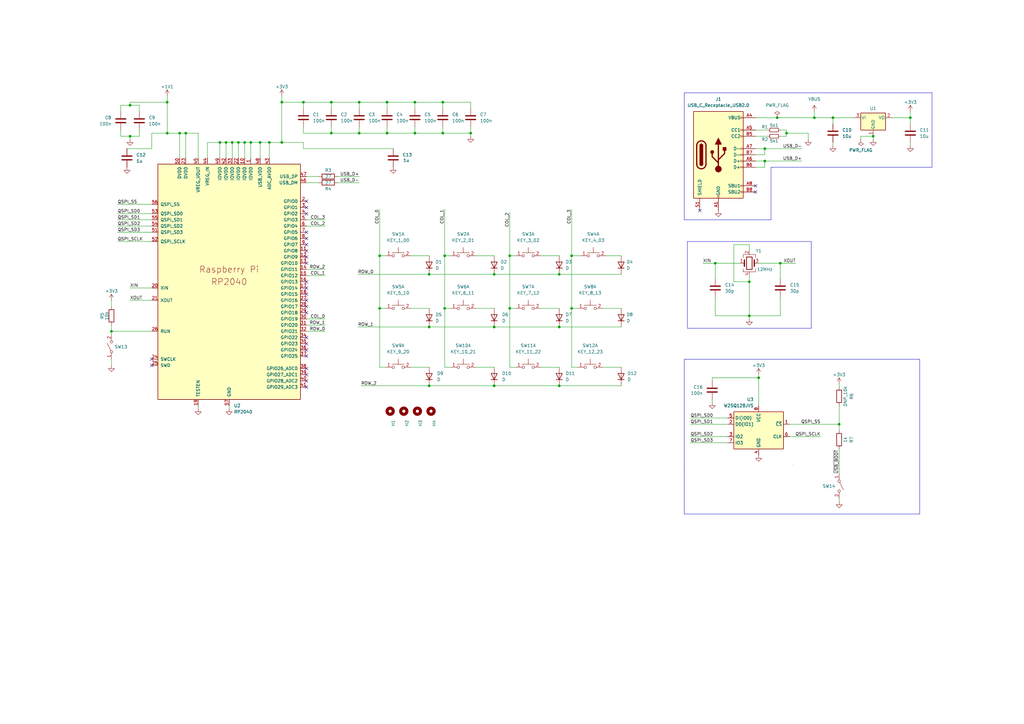
<source format=kicad_sch>
(kicad_sch (version 20230121) (generator eeschema)
  (paper "A3")
  (lib_symbols
    (symbol "+3V3_1" (power) (pin_names (offset 0))
      (property "Value" "+3V3_1" (at 0 3.556 0))
      (symbol "+3V3_1_0_1"
        (polyline (pts (xy -0.762 1.27) (xy 0 2.54)))
        (polyline (pts (xy 0 0) (xy 0 2.54)))
        (polyline (pts (xy 0 2.54) (xy 0.762 1.27)))
      )
      (symbol "+3V3_1_1_1"
        (pin power_in line (at 0 0 90) (length 0) hide (name "+3V3") (number "1"))
      )
    )
    (symbol "Connector:USB_C_Receptacle_USB2.0" (pin_names (offset 1.016))
      (property "Reference" "J" (at -10.16 19.05 0))
      (property "Value" "USB_C_Receptacle_USB2.0" (at 19.05 19.05 0))
      (symbol "USB_C_Receptacle_USB2.0_0_0"
        (rectangle (start -0.254 -17.78) (end 0.254 -16.764))
        (rectangle (start 10.16 -14.986) (end 9.144 -15.494))
        (rectangle (start 10.16 -12.446) (end 9.144 -12.954))
        (rectangle (start 10.16 -4.826) (end 9.144 -5.334))
        (rectangle (start 10.16 -2.286) (end 9.144 -2.794))
        (rectangle (start 10.16 0.254) (end 9.144 -0.254))
        (rectangle (start 10.16 2.794) (end 9.144 2.286))
        (rectangle (start 10.16 7.874) (end 9.144 7.366))
        (rectangle (start 10.16 10.414) (end 9.144 9.906))
        (rectangle (start 10.16 15.494) (end 9.144 14.986))
      )
      (symbol "USB_C_Receptacle_USB2.0_0_1"
        (rectangle (start -10.16 17.78) (end 10.16 -17.78) (stroke (width 0.254)) (fill (type background)))
        (arc (start -8.89 -3.81) (mid -6.985 -5.7067) (end -5.08 -3.81) (stroke (width 0.508)))
        (arc (start -7.62 -3.81) (mid -6.985 -4.4423) (end -6.35 -3.81) (stroke (width 0.254)))
        (arc (start -7.62 -3.81) (mid -6.985 -4.4423) (end -6.35 -3.81) (stroke (width 0.254)) (fill (type outline)))
        (rectangle (start -7.62 -3.81) (end -6.35 3.81) (stroke (width 0.254)) (fill (type outline)))
        (arc (start -6.35 3.81) (mid -6.985 4.4423) (end -7.62 3.81) (stroke (width 0.254)))
        (arc (start -6.35 3.81) (mid -6.985 4.4423) (end -7.62 3.81) (stroke (width 0.254)) (fill (type outline)))
        (arc (start -5.08 3.81) (mid -6.985 5.7067) (end -8.89 3.81) (stroke (width 0.508)))
        (circle (center -2.54 1.143) (radius 0.635) (stroke (width 0.254)) (fill (type outline)))
        (circle (center 0 -5.842) (radius 1.27) (fill (type outline)))
        (polyline (pts (xy -8.89 -3.81) (xy -8.89 3.81)) (stroke (width 0.508)))
        (polyline (pts (xy -5.08 3.81) (xy -5.08 -3.81)) (stroke (width 0.508)))
        (polyline (pts (xy 0 -5.842) (xy 0 4.318)) (stroke (width 0.508)))
        (polyline (pts (xy 0 -3.302) (xy -2.54 -0.762) (xy -2.54 0.508)) (stroke (width 0.508)))
        (polyline (pts (xy 0 -2.032) (xy 2.54 0.508) (xy 2.54 1.778)) (stroke (width 0.508)))
        (polyline (pts (xy -1.27 4.318) (xy 0 6.858) (xy 1.27 4.318) (xy -1.27 4.318)) (stroke (width 0.254)) (fill (type outline)))
        (rectangle (start 1.905 1.778) (end 3.175 3.048) (stroke (width 0.254)) (fill (type outline)))
      )
      (symbol "USB_C_Receptacle_USB2.0_1_1"
        (pin passive line (at 0 -22.86 90) (length 5.08) (name "GND") (number "A1"))
        (pin passive line (at 0 -22.86 90) (length 5.08) hide (name "GND") (number "A12"))
        (pin passive line (at 15.24 15.24 180) (length 5.08) (name "VBUS") (number "A4"))
        (pin bidirectional line (at 15.24 10.16 180) (length 5.08) (name "CC1") (number "A5"))
        (pin bidirectional line (at 15.24 -2.54 180) (length 5.08) (name "D+") (number "A6"))
        (pin bidirectional line (at 15.24 2.54 180) (length 5.08) (name "D-") (number "A7"))
        (pin bidirectional line (at 15.24 -12.7 180) (length 5.08) (name "SBU1") (number "A8"))
        (pin passive line (at 15.24 15.24 180) (length 5.08) hide (name "VBUS") (number "A9"))
        (pin passive line (at 0 -22.86 90) (length 5.08) hide (name "GND") (number "B1"))
        (pin passive line (at 0 -22.86 90) (length 5.08) hide (name "GND") (number "B12"))
        (pin passive line (at 15.24 15.24 180) (length 5.08) hide (name "VBUS") (number "B4"))
        (pin bidirectional line (at 15.24 7.62 180) (length 5.08) (name "CC2") (number "B5"))
        (pin bidirectional line (at 15.24 -5.08 180) (length 5.08) (name "D+") (number "B6"))
        (pin bidirectional line (at 15.24 0 180) (length 5.08) (name "D-") (number "B7"))
        (pin bidirectional line (at 15.24 -15.24 180) (length 5.08) (name "SBU2") (number "B8"))
        (pin passive line (at 15.24 15.24 180) (length 5.08) hide (name "VBUS") (number "B9"))
        (pin passive line (at -7.62 -22.86 90) (length 5.08) (name "SHIELD") (number "S1"))
      )
    )
    (symbol "Device:C" (pin_numbers hide) (pin_names (offset 0.254))
      (property "Reference" "C" (at 0.635 2.54 0))
      (property "Value" "C" (at 0.635 -2.54 0))
      (symbol "C_0_1"
        (polyline (pts (xy -2.032 -0.762) (xy 2.032 -0.762)) (stroke (width 0.508)))
        (polyline (pts (xy -2.032 0.762) (xy 2.032 0.762)) (stroke (width 0.508)))
      )
      (symbol "C_1_1"
        (pin passive line (at 0 3.81 270) (length 2.794) (name "~") (number "1"))
        (pin passive line (at 0 -3.81 90) (length 2.794) (name "~") (number "2"))
      )
    )
    (symbol "Device:Crystal_GND24" (pin_names (offset 1.016) hide)
      (property "Reference" "Y" (at 3.175 5.08 0))
      (property "Value" "Crystal_GND24" (at 3.175 3.175 0))
      (symbol "Crystal_GND24_0_1"
        (rectangle (start -1.143 2.54) (end 1.143 -2.54) (stroke (width 0.3048)))
        (polyline (pts (xy -2.54 0) (xy -2.032 0)))
        (polyline (pts (xy -2.032 -1.27) (xy -2.032 1.27)) (stroke (width 0.508)))
        (polyline (pts (xy 0 -3.81) (xy 0 -3.556)))
        (polyline (pts (xy 0 3.556) (xy 0 3.81)))
        (polyline (pts (xy 2.032 -1.27) (xy 2.032 1.27)) (stroke (width 0.508)))
        (polyline (pts (xy 2.032 0) (xy 2.54 0)))
        (polyline (pts (xy -2.54 -2.286) (xy -2.54 -3.556) (xy 2.54 -3.556) (xy 2.54 -2.286)))
        (polyline (pts (xy -2.54 2.286) (xy -2.54 3.556) (xy 2.54 3.556) (xy 2.54 2.286)))
      )
      (symbol "Crystal_GND24_1_1"
        (pin passive line (at -3.81 0 0) (length 1.27) (name "1") (number "1"))
        (pin passive line (at 0 5.08 270) (length 1.27) (name "2") (number "2"))
        (pin passive line (at 3.81 0 180) (length 1.27) (name "3") (number "3"))
        (pin passive line (at 0 -5.08 90) (length 1.27) (name "4") (number "4"))
      )
    )
    (symbol "Device:D" (pin_numbers hide) (pin_names (offset 1.016) hide)
      (property "Reference" "D" (at 0 2.54 0))
      (property "Value" "D" (at 0 -2.54 0))
      (symbol "D_0_1"
        (polyline (pts (xy -1.27 1.27) (xy -1.27 -1.27)) (stroke (width 0.254)))
        (polyline (pts (xy 1.27 0) (xy -1.27 0)))
        (polyline (pts (xy 1.27 1.27) (xy 1.27 -1.27) (xy -1.27 0) (xy 1.27 1.27)) (stroke (width 0.254)))
      )
      (symbol "D_1_1"
        (pin passive line (at -3.81 0 0) (length 2.54) (name "K") (number "1"))
        (pin passive line (at 3.81 0 180) (length 2.54) (name "A") (number "2"))
      )
    )
    (symbol "Device:R" (pin_numbers hide) (pin_names (offset 0))
      (property "Reference" "R" (at 2.032 0 90))
      (property "Value" "R" (at 0 0 90))
      (symbol "R_0_1"
        (rectangle (start -1.016 -2.54) (end 1.016 2.54) (stroke (width 0.254)))
      )
      (symbol "R_1_1"
        (pin passive line (at 0 3.81 270) (length 1.27) (name "~") (number "1"))
        (pin passive line (at 0 -3.81 90) (length 1.27) (name "~") (number "2"))
      )
    )
    (symbol "Device:R_Small" (pin_numbers hide) (pin_names (offset 0.254) hide)
      (property "Reference" "R" (at 0.762 0.508 0))
      (property "Value" "R_Small" (at 0.762 -1.016 0))
      (symbol "R_Small_0_1"
        (rectangle (start -0.762 1.778) (end 0.762 -1.778) (stroke (width 0.2032)))
      )
      (symbol "R_Small_1_1"
        (pin passive line (at 0 2.54 270) (length 0.762) (name "~") (number "1"))
        (pin passive line (at 0 -2.54 90) (length 0.762) (name "~") (number "2"))
      )
    )
    (symbol "GND_2" (power) (pin_names (offset 0))
      (property "Value" "GND_2" (at 0 -3.81 0))
      (symbol "GND_2_0_1"
        (polyline (pts (xy 0 0) (xy 0 -1.27) (xy 1.27 -1.27) (xy 0 -2.54) (xy -1.27 -1.27) (xy 0 -1.27)))
      )
      (symbol "GND_2_1_1"
        (pin power_in line (at 0 0 270) (length 0) hide (name "GND") (number "1"))
      )
    )
    (symbol "Mechanical:MountingHole" (pin_names (offset 1.016))
      (property "Reference" "H" (at 0 5.08 0))
      (property "Value" "MountingHole" (at 0 3.175 0))
      (symbol "MountingHole_0_1"
        (circle (center 0 0) (radius 1.27) (stroke (width 1.27)))
      )
    )
    (symbol "Memory_Flash:W25Q128JVS"
      (property "Reference" "U" (at -8.89 8.89 0))
      (property "Value" "W25Q128JVS" (at 7.62 8.89 0))
      (symbol "W25Q128JVS_0_1"
        (rectangle (start -10.16 7.62) (end 10.16 -7.62) (stroke (width 0.254)) (fill (type background)))
      )
      (symbol "W25Q128JVS_1_1"
        (pin input line (at -12.7 2.54 0) (length 2.54) (name "~{CS}") (number "1"))
        (pin bidirectional line (at 12.7 2.54 180) (length 2.54) (name "DO(IO1)") (number "2"))
        (pin bidirectional line (at 12.7 -2.54 180) (length 2.54) (name "IO2") (number "3"))
        (pin power_in line (at 0 -10.16 90) (length 2.54) (name "GND") (number "4"))
        (pin bidirectional line (at 12.7 5.08 180) (length 2.54) (name "DI(IO0)") (number "5"))
        (pin input line (at -12.7 -2.54 0) (length 2.54) (name "CLK") (number "6"))
        (pin bidirectional line (at 12.7 -5.08 180) (length 2.54) (name "IO3") (number "7"))
        (pin power_in line (at 0 10.16 270) (length 2.54) (name "VCC") (number "8"))
      )
    )
    (symbol "RP2040_1" (pin_names (offset 1.016))
      (property "Reference" "U" (at -29.21 49.53 0))
      (property "Value" "RP2040" (at 24.13 -49.53 0))
      (symbol "RP2040_1_0_0"
        (text "Raspberry Pi" (at 0 5.08 0) (effects (font (size 2.54 2.54))))
        (text "RP2040" (at 0 0 0) (effects (font (size 2.54 2.54))))
      )
      (symbol "RP2040_1_0_1"
        (rectangle (start 29.21 48.26) (end -29.21 -48.26) (stroke (width 0.254)) (fill (type background)))
      )
      (symbol "RP2040_1_1_1"
        (pin power_in line (at 8.89 50.8 270) (length 2.54) (name "IOVDD") (number "1"))
        (pin power_in line (at 6.35 50.8 270) (length 2.54) (name "IOVDD") (number "10"))
        (pin bidirectional line (at 31.75 12.7 180) (length 2.54) (name "GPIO8") (number "11"))
        (pin bidirectional line (at 31.75 10.16 180) (length 2.54) (name "GPIO9") (number "12"))
        (pin bidirectional line (at 31.75 7.62 180) (length 2.54) (name "GPIO10") (number "13"))
        (pin bidirectional line (at 31.75 5.08 180) (length 2.54) (name "GPIO11") (number "14"))
        (pin bidirectional line (at 31.75 2.54 180) (length 2.54) (name "GPIO12") (number "15"))
        (pin bidirectional line (at 31.75 0 180) (length 2.54) (name "GPIO13") (number "16"))
        (pin bidirectional line (at 31.75 -2.54 180) (length 2.54) (name "GPIO14") (number "17"))
        (pin bidirectional line (at 31.75 -5.08 180) (length 2.54) (name "GPIO15") (number "18"))
        (pin passive line (at -12.7 -50.8 90) (length 2.54) (name "TESTEN") (number "19"))
        (pin bidirectional line (at 31.75 33.02 180) (length 2.54) (name "GPIO0") (number "2"))
        (pin input line (at -31.75 -2.54 0) (length 2.54) (name "XIN") (number "20"))
        (pin passive line (at -31.75 -7.62 0) (length 2.54) (name "XOUT") (number "21"))
        (pin power_in line (at 3.81 50.8 270) (length 2.54) (name "IOVDD") (number "22"))
        (pin power_in line (at -17.78 50.8 270) (length 2.54) (name "DVDD") (number "23"))
        (pin output line (at -31.75 -31.75 0) (length 2.54) (name "SWCLK") (number "24"))
        (pin bidirectional line (at -31.75 -34.29 0) (length 2.54) (name "SWD") (number "25"))
        (pin input line (at -31.75 -20.32 0) (length 2.54) (name "RUN") (number "26"))
        (pin bidirectional line (at 31.75 -7.62 180) (length 2.54) (name "GPIO16") (number "27"))
        (pin bidirectional line (at 31.75 -10.16 180) (length 2.54) (name "GPIO17") (number "28"))
        (pin bidirectional line (at 31.75 -12.7 180) (length 2.54) (name "GPIO18") (number "29"))
        (pin bidirectional line (at 31.75 30.48 180) (length 2.54) (name "GPIO1") (number "3"))
        (pin bidirectional line (at 31.75 -15.24 180) (length 2.54) (name "GPIO19") (number "30"))
        (pin bidirectional line (at 31.75 -17.78 180) (length 2.54) (name "GPIO20") (number "31"))
        (pin bidirectional line (at 31.75 -20.32 180) (length 2.54) (name "GPIO21") (number "32"))
        (pin power_in line (at 1.27 50.8 270) (length 2.54) (name "IOVDD") (number "33"))
        (pin bidirectional line (at 31.75 -22.86 180) (length 2.54) (name "GPIO22") (number "34"))
        (pin bidirectional line (at 31.75 -25.4 180) (length 2.54) (name "GPIO23") (number "35"))
        (pin bidirectional line (at 31.75 -27.94 180) (length 2.54) (name "GPIO24") (number "36"))
        (pin bidirectional line (at 31.75 -30.48 180) (length 2.54) (name "GPIO25") (number "37"))
        (pin bidirectional line (at 31.75 -35.56 180) (length 2.54) (name "GPIO26_ADC0") (number "38"))
        (pin bidirectional line (at 31.75 -38.1 180) (length 2.54) (name "GPIO27_ADC1") (number "39"))
        (pin bidirectional line (at 31.75 27.94 180) (length 2.54) (name "GPIO2") (number "4"))
        (pin bidirectional line (at 31.75 -40.64 180) (length 2.54) (name "GPIO28_ADC2") (number "40"))
        (pin bidirectional line (at 31.75 -43.18 180) (length 2.54) (name "GPIO29_ADC3") (number "41"))
        (pin power_in line (at -1.27 50.8 270) (length 2.54) (name "IOVDD") (number "42"))
        (pin power_in line (at 16.51 50.8 270) (length 2.54) (name "ADC_AVDD") (number "43"))
        (pin power_in line (at -8.89 50.8 270) (length 2.54) (name "VREG_IN") (number "44"))
        (pin power_out line (at -12.7 50.8 270) (length 2.54) (name "VREG_VOUT") (number "45"))
        (pin bidirectional line (at 31.75 40.64 180) (length 2.54) (name "USB_DM") (number "46"))
        (pin bidirectional line (at 31.75 43.18 180) (length 2.54) (name "USB_DP") (number "47"))
        (pin power_in line (at 12.7 50.8 270) (length 2.54) (name "USB_VDD") (number "48"))
        (pin power_in line (at -3.81 50.8 270) (length 2.54) (name "IOVDD") (number "49"))
        (pin bidirectional line (at 31.75 25.4 180) (length 2.54) (name "GPIO3") (number "5"))
        (pin power_in line (at -20.32 50.8 270) (length 2.54) (name "DVDD") (number "50"))
        (pin bidirectional line (at -31.75 20.32 0) (length 2.54) (name "QSPI_SD3") (number "51"))
        (pin output line (at -31.75 16.51 0) (length 2.54) (name "QSPI_SCLK") (number "52"))
        (pin bidirectional line (at -31.75 27.94 0) (length 2.54) (name "QSPI_SD0") (number "53"))
        (pin bidirectional line (at -31.75 22.86 0) (length 2.54) (name "QSPI_SD2") (number "54"))
        (pin bidirectional line (at -31.75 25.4 0) (length 2.54) (name "QSPI_SD1") (number "55"))
        (pin bidirectional line (at -31.75 31.75 0) (length 2.54) (name "QSPI_SS") (number "56"))
        (pin power_in line (at 0 -50.8 90) (length 2.54) (name "GND") (number "57"))
        (pin bidirectional line (at 31.75 22.86 180) (length 2.54) (name "GPIO4") (number "6"))
        (pin bidirectional line (at 31.75 20.32 180) (length 2.54) (name "GPIO5") (number "7"))
        (pin bidirectional line (at 31.75 17.78 180) (length 2.54) (name "GPIO6") (number "8"))
        (pin bidirectional line (at 31.75 15.24 180) (length 2.54) (name "GPIO7") (number "9"))
      )
    )
    (symbol "Regulator_Linear:NCP1117-3.3_SOT223" (pin_names (offset 0.254))
      (property "Reference" "U" (at -3.81 3.175 0))
      (property "Value" "NCP1117-3.3_SOT223" (at 0 3.175 0))
      (symbol "NCP1117-3.3_SOT223_0_1"
        (rectangle (start -5.08 -5.08) (end 5.08 1.905) (stroke (width 0.254)) (fill (type background)))
      )
      (symbol "NCP1117-3.3_SOT223_1_1"
        (pin power_in line (at 0 -7.62 90) (length 2.54) (name "GND") (number "1"))
        (pin power_out line (at 7.62 0 180) (length 2.54) (name "VO") (number "2"))
        (pin power_in line (at -7.62 0 0) (length 2.54) (name "VI") (number "3"))
      )
    )
    (symbol "Switch:SW_SPST" (pin_names (offset 0) hide)
      (property "Reference" "SW" (at 0 3.175 0))
      (property "Value" "SW_SPST" (at 0 -2.54 0))
      (symbol "SW_SPST_0_0"
        (circle (center -2.032 0) (radius 0.508))
        (polyline (pts (xy -1.524 0.254) (xy 1.524 1.778)))
        (circle (center 2.032 0) (radius 0.508))
      )
      (symbol "SW_SPST_1_1"
        (pin passive line (at -5.08 0 0) (length 2.54) (name "A") (number "1"))
        (pin passive line (at 5.08 0 180) (length 2.54) (name "B") (number "2"))
      )
    )
    (symbol "keebio:MX_LED" (pin_names (offset 1.016) hide)
      (property "Reference" "SW" (at 1.651 2.413 0))
      (property "Value" "MX_LED" (at 0 -3.81 0))
      (symbol "MX_LED_1_1"
        (circle (center -2.032 0) (radius 0.508))
        (polyline (pts (xy -2.54 1.27) (xy 2.54 1.27)))
        (polyline (pts (xy 0 1.27) (xy 0 3.429)))
        (circle (center 2.032 0) (radius 0.508))
        (pin passive line (at -5.08 0 0) (length 2.54) (name "1") (number "1"))
        (pin passive line (at 5.08 0 180) (length 2.54) (name "2") (number "2"))
      )
      (symbol "MX_LED_2_1"
        (polyline (pts (xy 1.27 -1.27) (xy 1.27 1.27)) (stroke (width 0.2032)))
        (polyline (pts (xy 1.27 0) (xy -1.27 0)))
        (polyline (pts (xy -1.27 -1.27) (xy -1.27 1.27) (xy 1.27 0) (xy -1.27 -1.27)) (stroke (width 0.2032)))
        (polyline (pts (xy 1.778 -0.762) (xy 3.302 -2.286) (xy 2.54 -2.286) (xy 3.302 -2.286) (xy 3.302 -1.524)))
        (polyline (pts (xy 3.048 -0.762) (xy 4.572 -2.286) (xy 3.81 -2.286) (xy 4.572 -2.286) (xy 4.572 -1.524)))
        (pin passive line (at -3.81 0 0) (length 2.54) (name "3") (number "3"))
        (pin passive line (at 3.81 0 180) (length 2.54) (name "4") (number "4"))
      )
    )
    (symbol "power:+1V1" (power) (pin_names (offset 0))
      (property "Value" "+1V1" (at 0 3.556 0))
      (symbol "+1V1_0_1"
        (polyline (pts (xy -0.762 1.27) (xy 0 2.54)))
        (polyline (pts (xy 0 0) (xy 0 2.54)))
        (polyline (pts (xy 0 2.54) (xy 0.762 1.27)))
      )
      (symbol "+1V1_1_1"
        (pin power_in line (at 0 0 90) (length 0) hide (name "+1V1") (number "1"))
      )
    )
    (symbol "power:+3V3" (power) (pin_names (offset 0))
      (property "Value" "+3V3" (at 0 3.556 0))
      (symbol "+3V3_0_1"
        (polyline (pts (xy -0.762 1.27) (xy 0 2.54)))
        (polyline (pts (xy 0 0) (xy 0 2.54)))
        (polyline (pts (xy 0 2.54) (xy 0.762 1.27)))
      )
      (symbol "+3V3_1_1"
        (pin power_in line (at 0 0 90) (length 0) hide (name "+3V3") (number "1"))
      )
    )
    (symbol "power:GND" (power) (pin_names (offset 0))
      (property "Value" "GND" (at 0 -3.81 0))
      (symbol "GND_0_1"
        (polyline (pts (xy 0 0) (xy 0 -1.27) (xy 1.27 -1.27) (xy 0 -2.54) (xy -1.27 -1.27) (xy 0 -1.27)))
      )
      (symbol "GND_1_1"
        (pin power_in line (at 0 0 270) (length 0) hide (name "GND") (number "1"))
      )
    )
    (symbol "power:PWR_FLAG" (power) (pin_numbers hide) (pin_names (offset 0) hide)
      (property "Value" "PWR_FLAG" (at 0 3.81 0))
      (symbol "PWR_FLAG_0_0"
        (pin power_out line (at 0 0 90) (length 0) (name "pwr") (number "1"))
      )
      (symbol "PWR_FLAG_0_1"
        (polyline (pts (xy 0 0) (xy 0 1.27) (xy -1.016 1.905) (xy 0 2.54) (xy 1.016 1.905) (xy 0 1.27)))
      )
    )
    (symbol "power:VBUS" (power) (pin_names (offset 0))
      (property "Value" "VBUS" (at 0 3.81 0))
      (symbol "VBUS_0_1"
        (polyline (pts (xy -0.762 1.27) (xy 0 2.54)))
        (polyline (pts (xy 0 0) (xy 0 2.54)))
        (polyline (pts (xy 0 2.54) (xy 0.762 1.27)))
      )
      (symbol "VBUS_1_1"
        (pin power_in line (at 0 0 90) (length 0) hide (name "VBUS") (number "1"))
      )
    )
  )
  (junction (at 181.61 41.91))
  (junction (at 202.692 112.522))
  (junction (at 307.34 129.54))
  (junction (at 209.042 104.902))
  (junction (at 92.71 58.42))
  (junction (at 320.04 107.95))
  (junction (at 73.66 54.61))
  (junction (at 147.32 54.61))
  (junction (at 373.38 48.26))
  (junction (at 344.17 173.99))
  (junction (at 176.022 134.112))
  (junction (at 155.702 104.902))
  (junction (at 182.372 126.492))
  (junction (at 229.362 158.242))
  (junction (at 45.72 135.89))
  (junction (at 293.37 107.95))
  (junction (at 313.69 60.96))
  (junction (at 234.442 104.902))
  (junction (at 202.692 158.242))
  (junction (at 209.042 126.492))
  (junction (at 170.18 41.91))
  (junction (at 135.89 54.61))
  (junction (at 95.25 58.42))
  (junction (at 341.63 48.26))
  (junction (at 334.01 48.26))
  (junction (at 135.89 41.91))
  (junction (at 311.15 154.94))
  (junction (at 318.77 48.26))
  (junction (at 100.33 58.42))
  (junction (at 193.04 54.61))
  (junction (at 110.49 58.42))
  (junction (at 53.34 43.18))
  (junction (at 229.362 134.112))
  (junction (at 97.79 58.42))
  (junction (at 124.46 41.91))
  (junction (at 68.58 41.91))
  (junction (at 170.18 54.61))
  (junction (at 202.692 134.112))
  (junction (at 115.57 58.42))
  (junction (at 176.022 112.522))
  (junction (at 115.57 41.91))
  (junction (at 234.442 126.492))
  (junction (at 90.17 58.42))
  (junction (at 155.702 126.492))
  (junction (at 358.14 55.88))
  (junction (at 158.75 41.91))
  (junction (at 181.61 54.61))
  (junction (at 106.68 58.42))
  (junction (at 102.87 58.42))
  (junction (at 176.022 158.242))
  (junction (at 53.34 55.88))
  (junction (at 313.69 66.04))
  (junction (at 182.372 104.902))
  (junction (at 158.75 54.61))
  (junction (at 307.34 115.57))
  (junction (at 76.2 54.61))
  (junction (at 229.362 112.522))
  (junction (at 322.58 54.61))
  (junction (at 147.32 41.91))
  (junction (at 68.58 54.61))
  (no_connect (at 125.73 140.97))
  (no_connect (at 125.73 123.19))
  (no_connect (at 62.23 147.32))
  (no_connect (at 125.73 146.05))
  (no_connect (at 125.73 125.73))
  (no_connect (at 309.88 76.2))
  (no_connect (at 125.73 115.57))
  (no_connect (at 125.73 107.95))
  (no_connect (at 125.73 82.55))
  (no_connect (at 62.23 149.86))
  (no_connect (at 125.73 151.13))
  (no_connect (at 125.73 120.65))
  (no_connect (at 125.73 156.21))
  (no_connect (at 125.73 97.79))
  (no_connect (at 125.73 105.41))
  (no_connect (at 125.73 102.87))
  (no_connect (at 125.73 138.43))
  (no_connect (at 125.73 87.63))
  (no_connect (at 125.73 158.75))
  (no_connect (at 287.02 86.36))
  (no_connect (at 125.73 85.09))
  (no_connect (at 125.73 153.67))
  (no_connect (at 125.73 128.27))
  (no_connect (at 125.73 95.25))
  (no_connect (at 125.73 100.33))
  (no_connect (at 125.73 143.51))
  (no_connect (at 125.73 118.11))
  (no_connect (at 309.88 78.74))
  (wire (pts (xy 298.45 173.99) (xy 283.21 173.99)))
  (polyline (pts (xy 280.67 210.82) (xy 377.19 210.82)))
  (wire (pts (xy 125.73 130.81) (xy 133.35 130.81)))
  (wire (pts (xy 45.72 147.32) (xy 45.72 149.86)))
  (wire (pts (xy 292.1 163.83) (xy 292.1 165.1)))
  (wire (pts (xy 293.37 107.95) (xy 293.37 114.3)))
  (wire (pts (xy 311.15 153.67) (xy 311.15 154.94)))
  (wire (pts (xy 234.442 104.902) (xy 238.252 104.902)))
  (wire (pts (xy 155.702 85.852) (xy 155.702 104.902)))
  (wire (pts (xy 125.73 72.39) (xy 130.81 72.39)))
  (wire (pts (xy 300.99 115.57) (xy 307.34 115.57)))
  (wire (pts (xy 320.04 107.95) (xy 326.39 107.95)))
  (wire (pts (xy 45.72 133.35) (xy 45.72 135.89)))
  (wire (pts (xy 73.66 54.61) (xy 76.2 54.61)))
  (wire (pts (xy 344.17 166.37) (xy 344.17 173.99)))
  (wire (pts (xy 45.72 123.19) (xy 45.72 125.73)))
  (wire (pts (xy 234.442 126.492) (xy 236.982 126.492)))
  (wire (pts (xy 181.61 41.91) (xy 193.04 41.91)))
  (wire (pts (xy 168.402 126.492) (xy 176.022 126.492)))
  (wire (pts (xy 221.742 126.492) (xy 229.362 126.492)))
  (wire (pts (xy 373.38 48.26) (xy 373.38 50.8)))
  (wire (pts (xy 334.01 45.72) (xy 334.01 48.26)))
  (wire (pts (xy 73.66 54.61) (xy 73.66 64.77)))
  (wire (pts (xy 221.742 104.902) (xy 229.362 104.902)))
  (wire (pts (xy 110.49 58.42) (xy 106.68 58.42)))
  (wire (pts (xy 102.87 64.77) (xy 102.87 58.42)))
  (wire (pts (xy 125.73 74.93) (xy 130.81 74.93)))
  (wire (pts (xy 115.57 39.37) (xy 115.57 41.91)))
  (wire (pts (xy 344.17 204.47) (xy 344.17 205.74)))
  (wire (pts (xy 81.28 166.37) (xy 81.28 167.64)))
  (wire (pts (xy 344.17 157.48) (xy 344.17 158.75)))
  (wire (pts (xy 53.34 43.18) (xy 57.15 43.18)))
  (wire (pts (xy 53.34 118.11) (xy 62.23 118.11)))
  (wire (pts (xy 311.15 154.94) (xy 311.15 166.37)))
  (wire (pts (xy 124.46 60.96) (xy 161.29 60.96)))
  (wire (pts (xy 53.34 123.19) (xy 62.23 123.19)))
  (wire (pts (xy 322.58 54.61) (xy 322.58 55.88)))
  (wire (pts (xy 76.2 54.61) (xy 81.28 54.61)))
  (wire (pts (xy 135.89 41.91) (xy 147.32 41.91)))
  (wire (pts (xy 182.372 150.622) (xy 184.912 150.622)))
  (polyline (pts (xy 316.23 68.58) (xy 382.27 68.58)))
  (wire (pts (xy 229.362 158.242) (xy 254.762 158.242)))
  (wire (pts (xy 135.89 52.07) (xy 135.89 54.61)))
  (wire (pts (xy 155.702 126.492) (xy 158.242 126.492)))
  (wire (pts (xy 52.07 60.96) (xy 62.23 60.96)))
  (wire (pts (xy 182.372 85.852) (xy 182.372 104.902)))
  (polyline (pts (xy 377.19 147.32) (xy 377.19 158.75)))
  (wire (pts (xy 53.34 55.88) (xy 53.34 57.15)))
  (wire (pts (xy 209.042 126.492) (xy 209.042 150.622)))
  (wire (pts (xy 209.042 104.902) (xy 209.042 126.492)))
  (polyline (pts (xy 280.67 190.5) (xy 280.67 210.82)))
  (wire (pts (xy 181.61 54.61) (xy 193.04 54.61)))
  (polyline (pts (xy 377.19 158.75) (xy 377.19 182.88)))
  (polyline (pts (xy 281.94 99.06) (xy 332.74 99.06)))
  (wire (pts (xy 307.34 100.33) (xy 300.99 100.33)))
  (wire (pts (xy 311.15 107.95) (xy 320.04 107.95)))
  (wire (pts (xy 147.32 41.91) (xy 147.32 44.45)))
  (wire (pts (xy 147.32 52.07) (xy 147.32 54.61)))
  (wire (pts (xy 182.372 126.492) (xy 182.372 150.622)))
  (wire (pts (xy 95.25 64.77) (xy 95.25 58.42)))
  (wire (pts (xy 90.17 58.42) (xy 92.71 58.42)))
  (wire (pts (xy 344.17 173.99) (xy 344.17 176.53)))
  (wire (pts (xy 170.18 41.91) (xy 181.61 41.91)))
  (wire (pts (xy 293.37 121.92) (xy 293.37 129.54)))
  (wire (pts (xy 307.34 129.54) (xy 320.04 129.54)))
  (wire (pts (xy 193.04 54.61) (xy 193.04 55.88)))
  (wire (pts (xy 344.17 184.15) (xy 344.17 194.31)))
  (wire (pts (xy 248.412 104.902) (xy 254.762 104.902)))
  (wire (pts (xy 110.49 58.42) (xy 110.49 64.77)))
  (wire (pts (xy 193.04 52.07) (xy 193.04 54.61)))
  (wire (pts (xy 48.26 99.06) (xy 62.23 99.06)))
  (wire (pts (xy 334.01 48.26) (xy 341.63 48.26)))
  (polyline (pts (xy 332.74 134.62) (xy 332.74 99.06)))
  (wire (pts (xy 124.46 52.07) (xy 124.46 54.61)))
  (polyline (pts (xy 375.92 147.32) (xy 377.19 147.32)))
  (wire (pts (xy 48.26 87.63) (xy 62.23 87.63)))
  (wire (pts (xy 293.37 129.54) (xy 307.34 129.54)))
  (polyline (pts (xy 280.67 190.5) (xy 280.67 147.32)))
  (wire (pts (xy 168.402 150.622) (xy 176.022 150.622)))
  (wire (pts (xy 146.812 134.112) (xy 176.022 134.112)))
  (wire (pts (xy 49.53 53.34) (xy 49.53 55.88)))
  (wire (pts (xy 68.58 54.61) (xy 73.66 54.61)))
  (wire (pts (xy 115.57 58.42) (xy 124.46 58.42)))
  (wire (pts (xy 168.402 104.902) (xy 176.022 104.902)))
  (polyline (pts (xy 325.12 147.32) (xy 280.67 147.32)))
  (wire (pts (xy 76.2 54.61) (xy 76.2 64.77)))
  (wire (pts (xy 155.702 104.902) (xy 158.242 104.902)))
  (wire (pts (xy 307.34 102.87) (xy 307.34 100.33)))
  (wire (pts (xy 124.46 58.42) (xy 124.46 60.96)))
  (wire (pts (xy 49.53 43.18) (xy 53.34 43.18)))
  (wire (pts (xy 298.45 179.07) (xy 283.21 179.07)))
  (wire (pts (xy 158.75 41.91) (xy 158.75 44.45)))
  (wire (pts (xy 57.15 53.34) (xy 57.15 55.88)))
  (wire (pts (xy 292.1 154.94) (xy 292.1 156.21)))
  (wire (pts (xy 234.442 126.492) (xy 234.442 150.622)))
  (wire (pts (xy 247.142 150.622) (xy 254.762 150.622)))
  (wire (pts (xy 193.04 41.91) (xy 193.04 44.45)))
  (wire (pts (xy 322.58 55.88) (xy 320.04 55.88)))
  (wire (pts (xy 309.88 66.04) (xy 313.69 66.04)))
  (wire (pts (xy 209.042 150.622) (xy 211.582 150.622)))
  (wire (pts (xy 85.09 58.42) (xy 90.17 58.42)))
  (wire (pts (xy 353.06 55.88) (xy 358.14 55.88)))
  (wire (pts (xy 155.702 150.622) (xy 158.242 150.622)))
  (wire (pts (xy 85.09 64.77) (xy 85.09 58.42)))
  (wire (pts (xy 341.63 48.26) (xy 350.52 48.26)))
  (wire (pts (xy 48.26 90.17) (xy 62.23 90.17)))
  (wire (pts (xy 97.79 64.77) (xy 97.79 58.42)))
  (wire (pts (xy 92.71 64.77) (xy 92.71 58.42)))
  (polyline (pts (xy 382.27 68.58) (xy 382.27 38.1)))
  (wire (pts (xy 195.072 126.492) (xy 202.692 126.492)))
  (polyline (pts (xy 325.12 190.5) (xy 325.12 190.5)))
  (wire (pts (xy 209.042 126.492) (xy 211.582 126.492)))
  (wire (pts (xy 53.34 55.88) (xy 57.15 55.88)))
  (wire (pts (xy 148.082 158.242) (xy 176.022 158.242)))
  (wire (pts (xy 309.88 60.96) (xy 313.69 60.96)))
  (wire (pts (xy 202.692 158.242) (xy 229.362 158.242)))
  (wire (pts (xy 307.34 115.57) (xy 307.34 129.54)))
  (wire (pts (xy 181.61 52.07) (xy 181.61 54.61)))
  (wire (pts (xy 135.89 41.91) (xy 135.89 44.45)))
  (wire (pts (xy 155.702 126.492) (xy 155.702 150.622)))
  (polyline (pts (xy 325.12 147.32) (xy 325.12 147.32)))
  (wire (pts (xy 309.88 48.26) (xy 318.77 48.26)))
  (wire (pts (xy 234.442 85.852) (xy 234.442 104.902)))
  (wire (pts (xy 125.73 135.89) (xy 133.35 135.89)))
  (polyline (pts (xy 316.23 90.17) (xy 316.23 68.58)))
  (wire (pts (xy 182.372 104.902) (xy 182.372 126.492)))
  (wire (pts (xy 45.72 135.89) (xy 45.72 137.16)))
  (wire (pts (xy 318.77 48.26) (xy 334.01 48.26)))
  (wire (pts (xy 181.61 41.91) (xy 181.61 44.45)))
  (wire (pts (xy 307.34 129.54) (xy 307.34 130.81)))
  (wire (pts (xy 68.58 39.37) (xy 68.58 41.91)))
  (wire (pts (xy 147.32 54.61) (xy 158.75 54.61)))
  (wire (pts (xy 182.372 104.902) (xy 184.912 104.902)))
  (wire (pts (xy 48.26 95.25) (xy 62.23 95.25)))
  (wire (pts (xy 202.692 134.112) (xy 229.362 134.112)))
  (wire (pts (xy 97.79 58.42) (xy 100.33 58.42)))
  (wire (pts (xy 138.43 74.93) (xy 147.32 74.93)))
  (wire (pts (xy 195.072 150.622) (xy 202.692 150.622)))
  (wire (pts (xy 176.022 112.522) (xy 202.692 112.522)))
  (wire (pts (xy 358.14 55.88) (xy 358.14 57.15)))
  (wire (pts (xy 93.98 166.37) (xy 93.98 167.64)))
  (wire (pts (xy 322.58 53.34) (xy 322.58 54.61)))
  (wire (pts (xy 125.73 133.35) (xy 133.35 133.35)))
  (wire (pts (xy 115.57 41.91) (xy 124.46 41.91)))
  (wire (pts (xy 254.762 112.522) (xy 229.362 112.522)))
  (wire (pts (xy 341.63 58.42) (xy 341.63 59.69)))
  (wire (pts (xy 95.25 58.42) (xy 97.79 58.42)))
  (wire (pts (xy 170.18 52.07) (xy 170.18 54.61)))
  (wire (pts (xy 331.47 54.61) (xy 331.47 57.15)))
  (wire (pts (xy 229.362 134.112) (xy 254.762 134.112)))
  (wire (pts (xy 303.53 107.95) (xy 293.37 107.95)))
  (wire (pts (xy 311.15 154.94) (xy 292.1 154.94)))
  (wire (pts (xy 298.45 181.61) (xy 283.21 181.61)))
  (wire (pts (xy 182.372 126.492) (xy 184.912 126.492)))
  (wire (pts (xy 115.57 41.91) (xy 115.57 58.42)))
  (wire (pts (xy 48.26 83.82) (xy 62.23 83.82)))
  (wire (pts (xy 322.58 54.61) (xy 331.47 54.61)))
  (wire (pts (xy 309.88 68.58) (xy 313.69 68.58)))
  (wire (pts (xy 106.68 58.42) (xy 106.68 64.77)))
  (wire (pts (xy 309.88 55.88) (xy 314.96 55.88)))
  (wire (pts (xy 57.15 43.18) (xy 57.15 45.72)))
  (wire (pts (xy 48.26 92.71) (xy 62.23 92.71)))
  (wire (pts (xy 176.022 158.242) (xy 202.692 158.242)))
  (wire (pts (xy 125.73 110.49) (xy 133.35 110.49)))
  (wire (pts (xy 336.55 179.07) (xy 323.85 179.07)))
  (wire (pts (xy 209.042 87.122) (xy 209.042 104.902)))
  (wire (pts (xy 115.57 58.42) (xy 110.49 58.42)))
  (wire (pts (xy 170.18 54.61) (xy 181.61 54.61)))
  (wire (pts (xy 62.23 54.61) (xy 62.23 60.96)))
  (polyline (pts (xy 280.67 38.1) (xy 280.67 40.64)))
  (wire (pts (xy 62.23 54.61) (xy 68.58 54.61)))
  (wire (pts (xy 288.29 107.95) (xy 293.37 107.95)))
  (wire (pts (xy 158.75 54.61) (xy 170.18 54.61)))
  (wire (pts (xy 320.04 107.95) (xy 320.04 114.3)))
  (wire (pts (xy 124.46 44.45) (xy 124.46 41.91)))
  (wire (pts (xy 125.73 90.17) (xy 133.35 90.17)))
  (wire (pts (xy 298.45 171.45) (xy 283.21 171.45)))
  (wire (pts (xy 125.73 113.03) (xy 133.35 113.03)))
  (wire (pts (xy 158.75 52.07) (xy 158.75 54.61)))
  (polyline (pts (xy 382.27 38.1) (xy 280.67 38.1)))
  (wire (pts (xy 146.812 112.522) (xy 176.022 112.522)))
  (wire (pts (xy 309.88 53.34) (xy 314.96 53.34)))
  (wire (pts (xy 320.04 53.34) (xy 322.58 53.34)))
  (wire (pts (xy 102.87 58.42) (xy 106.68 58.42)))
  (wire (pts (xy 373.38 45.72) (xy 373.38 48.26)))
  (wire (pts (xy 247.142 126.492) (xy 254.762 126.492)))
  (wire (pts (xy 45.72 135.89) (xy 62.23 135.89)))
  (polyline (pts (xy 377.19 190.5) (xy 377.19 190.5)))
  (wire (pts (xy 124.46 41.91) (xy 135.89 41.91)))
  (wire (pts (xy 53.34 43.18) (xy 53.34 41.91)))
  (polyline (pts (xy 280.67 90.17) (xy 316.23 90.17)))
  (polyline (pts (xy 281.94 99.06) (xy 281.94 134.62)))
  (wire (pts (xy 365.76 48.26) (xy 373.38 48.26)))
  (wire (pts (xy 170.18 41.91) (xy 170.18 44.45)))
  (wire (pts (xy 313.69 68.58) (xy 313.69 66.04)))
  (wire (pts (xy 92.71 58.42) (xy 95.25 58.42)))
  (wire (pts (xy 313.69 63.5) (xy 313.69 60.96)))
  (wire (pts (xy 221.742 150.622) (xy 229.362 150.622)))
  (wire (pts (xy 341.63 50.8) (xy 341.63 48.26)))
  (wire (pts (xy 49.53 55.88) (xy 53.34 55.88)))
  (polyline (pts (xy 377.19 210.82) (xy 377.19 190.5)))
  (wire (pts (xy 147.32 41.91) (xy 158.75 41.91)))
  (wire (pts (xy 100.33 64.77) (xy 100.33 58.42)))
  (wire (pts (xy 135.89 54.61) (xy 147.32 54.61)))
  (wire (pts (xy 53.34 41.91) (xy 68.58 41.91)))
  (wire (pts (xy 307.34 115.57) (xy 307.34 113.03)))
  (wire (pts (xy 81.28 54.61) (xy 81.28 64.77)))
  (polyline (pts (xy 325.12 147.32) (xy 375.92 147.32)))
  (wire (pts (xy 373.38 58.42) (xy 373.38 59.69)))
  (wire (pts (xy 138.43 72.39) (xy 147.32 72.39)))
  (wire (pts (xy 202.692 112.522) (xy 229.362 112.522)))
  (wire (pts (xy 353.06 57.15) (xy 353.06 55.88)))
  (wire (pts (xy 176.022 134.112) (xy 202.692 134.112)))
  (polyline (pts (xy 377.19 182.88) (xy 377.19 190.5)))
  (wire (pts (xy 158.75 41.91) (xy 170.18 41.91)))
  (wire (pts (xy 300.99 100.33) (xy 300.99 115.57)))
  (wire (pts (xy 124.46 54.61) (xy 135.89 54.61)))
  (wire (pts (xy 323.85 173.99) (xy 344.17 173.99)))
  (wire (pts (xy 155.702 104.902) (xy 155.702 126.492)))
  (wire (pts (xy 313.69 60.96) (xy 328.93 60.96)))
  (wire (pts (xy 195.072 104.902) (xy 202.692 104.902)))
  (wire (pts (xy 68.58 54.61) (xy 68.58 41.91)))
  (wire (pts (xy 100.33 58.42) (xy 102.87 58.42)))
  (wire (pts (xy 209.042 104.902) (xy 211.582 104.902)))
  (wire (pts (xy 320.04 121.92) (xy 320.04 129.54)))
  (polyline (pts (xy 280.67 40.64) (xy 280.67 90.17)))
  (wire (pts (xy 234.442 104.902) (xy 234.442 126.492)))
  (wire (pts (xy 313.69 66.04) (xy 328.93 66.04)))
  (wire (pts (xy 234.442 150.622) (xy 236.982 150.622)))
  (wire (pts (xy 90.17 64.77) (xy 90.17 58.42)))
  (wire (pts (xy 49.53 45.72) (xy 49.53 43.18)))
  (wire (pts (xy 309.88 63.5) (xy 313.69 63.5)))
  (polyline (pts (xy 281.94 134.62) (xy 332.74 134.62)))
  (wire (pts (xy 125.73 92.71) (xy 133.35 92.71)))
  (label "COL_3" (at 133.35 90.17 180))
  (label "COL_3" (at 234.442 85.852 270))
  (label "QSPI_SD2" (at 283.21 179.07 0))
  (label "COL_1" (at 133.35 113.03 180))
  (label "~{USB_BOOT}" (at 344.17 194.31 90))
  (label "ROW_2" (at 148.082 158.242 0))
  (label "QSPI_SD3" (at 48.26 95.25 0))
  (label "QSPI_SD0" (at 283.21 171.45 0))
  (label "USB_D-" (at 328.93 60.96 180))
  (label "QSPI_SS" (at 336.55 173.99 180))
  (label "COL_0" (at 155.702 85.852 270))
  (label "COL_2" (at 209.042 87.122 270))
  (label "USB_D+" (at 147.32 72.39 180))
  (label "ROW_1" (at 133.35 133.35 180))
  (label "XIN" (at 288.29 107.95 0))
  (label "QSPI_SD0" (at 48.26 87.63 0))
  (label "QSPI_SCLK" (at 336.55 179.07 180))
  (label "QSPI_SD1" (at 283.21 173.99 0))
  (label "USB_D+" (at 328.93 66.04 180))
  (label "ROW_2" (at 133.35 110.49 180))
  (label "ROW_0" (at 146.812 112.522 0))
  (label "QSPI_SCLK" (at 48.26 99.06 0))
  (label "USB_D-" (at 147.32 74.93 180))
  (label "ROW_1" (at 146.812 134.112 0))
  (label "ROW_0" (at 133.35 135.89 180))
  (label "COL_2" (at 133.35 92.71 180))
  (label "XIN" (at 53.34 118.11 0))
  (label "QSPI_SD3" (at 283.21 181.61 0))
  (label "XOUT" (at 326.39 107.95 180))
  (label "QSPI_SD1" (at 48.26 90.17 0))
  (label "COL_1" (at 182.372 85.852 270))
  (label "QSPI_SD2" (at 48.26 92.71 0))
  (label "COL_0" (at 133.35 130.81 180))
  (label "QSPI_SS" (at 48.26 83.82 0))
  (label "XOUT" (at 53.34 123.19 0))
  (symbol (lib_id "power:GND") (at 358.14 57.15 0) (unit 1)
    (property "Reference" "#PWR08" (effects hide))
    (property "Value" "GND" (effects hide))
  )
  (symbol (lib_id "keebio:MX_LED") (at 243.332 104.902 0) (unit 1)
    (property "Reference" "SW4" (at 243.332 96.012 0))
    (property "Value" "KEY_4_03" (at 243.332 98.552 0))
    (property "Footprint" "Button_Switch_Keyboard:SW_Cherry_MX_1.00u_PCB_UPDATED_FOOTPRINT_RIGHT_PIN_ASSIGNMENT" (effects hide))
  )
  (symbol (lib_id "Device:R_Small") (at 317.5 53.34 90) (mirror x) (unit 1)
    (property "Reference" "R1" (at 313.69 52.07 90))
    (property "Value" "5k1" (at 317.5 51.435 90))
    (property "Footprint" "Resistor_SMD:R_0402_1005Metric" (effects hide))
  )
  (symbol (lib_id "Mechanical:MountingHole") (at 165.608 168.656 270) (unit 1)
    (property "Reference" "H2" (at 166.8781 172.212 0) (effects (justify left)))
    (property "Value" "MountingHole" (effects hide))
    (property "Footprint" "MountingHole:MountingHole_2.2mm_M2" (effects hide))
  )
  (symbol (lib_id "Device:C") (at 52.07 64.77 0) (unit 1)
    (property "Reference" "C12" (at 55.88 63.4999 0) (effects (justify left)))
    (property "Value" "1u" (at 55.88 66.0399 0) (effects (justify left)))
    (property "Footprint" "Capacitor_SMD:C_0402_1005Metric" (effects hide))
  )
  (symbol (lib_id "Device:C") (at 49.53 49.53 0) (mirror x) (unit 1)
    (property "Reference" "C8" (at 45.72 48.2599 0) (effects (justify right)))
    (property "Value" "100n" (at 45.72 50.7999 0) (effects (justify right)))
    (property "Footprint" "Capacitor_SMD:C_0402_1005Metric" (effects hide))
  )
  (symbol (lib_id "Device:C") (at 373.38 54.61 0) (unit 1)
    (property "Reference" "C11" (at 377.19 53.3399 0) (effects (justify left)))
    (property "Value" "10u" (at 377.19 55.8799 0) (effects (justify left)))
    (property "Footprint" "Capacitor_SMD:C_0603_1608Metric" (effects hide))
  )
  (symbol (lib_id "Device:C") (at 161.29 64.77 0) (unit 1)
    (property "Reference" "C13" (at 165.1 63.4999 0) (effects (justify left)))
    (property "Value" "1u" (at 165.354 65.786 0) (effects (justify left)))
    (property "Footprint" "Capacitor_SMD:C_0402_1005Metric" (effects hide))
  )
  (symbol (lib_id "power:GND") (at 331.47 57.15 0) (mirror y) (unit 1)
    (property "Reference" "#PWR07" (effects hide))
    (property "Value" "GND" (effects hide))
  )
  (symbol (lib_id "power:GND") (at 161.29 68.58 0) (unit 1)
    (property "Reference" "#PWR012" (effects hide))
    (property "Value" "GND" (effects hide))
  )
  (symbol (lib_id "keebio:MX_LED") (at 189.992 150.622 0) (unit 1)
    (property "Reference" "SW10" (at 189.992 141.732 0))
    (property "Value" "KEY_10_21" (at 189.992 144.272 0))
    (property "Footprint" "Button_Switch_Keyboard:SW_Cherry_MX_1.00u_PCB_UPDATED_FOOTPRINT_RIGHT_PIN_ASSIGNMENT" (effects hide))
  )
  (symbol (lib_id "Device:D") (at 202.692 108.712 90) (unit 1)
    (property "Reference" "D2" (at 205.232 107.4419 90) (effects (justify right)))
    (property "Value" "D" (at 205.232 109.9819 90) (effects (justify right)))
    (property "Footprint" "Diode_SMD:D_SOD-123" (effects hide))
  )
  (symbol (lib_id "Device:Crystal_GND24") (at 307.34 107.95 0) (unit 1)
    (property "Reference" "Y1" (at 311.15 102.87 0))
    (property "Value" "12MHz" (at 313.69 110.49 0))
    (property "Footprint" "Crystal:Crystal_SMD_3225-4Pin_3.2x2.5mm" (effects hide))
  )
  (symbol (lib_id "Mechanical:MountingHole") (at 160.02 168.656 270) (unit 1)
    (property "Reference" "H1" (at 161.2901 172.212 0) (effects (justify left)))
    (property "Value" "MountingHole" (effects hide))
    (property "Footprint" "MountingHole:MountingHole_2.2mm_M2" (effects hide))
  )
  (symbol (lib_id "power:VBUS") (at 334.01 45.72 0) (unit 1)
    (property "Reference" "#PWR03" (effects hide))
    (property "Value" "VBUS" (at 334.01 40.64 0))
  )
  (symbol (lib_id "power:+3V3") (at 311.15 153.67 0) (mirror y) (unit 1)
    (property "Reference" "#PWR017" (effects hide))
    (property "Value" "+3V3" (at 311.15 149.86 0))
  )
  (symbol (lib_id "power:+3V3") (at 45.72 123.19 0) (unit 1)
    (property "Reference" "#PWR014" (effects hide))
    (property "Value" "+3V3" (at 45.72 119.38 0))
  )
  (symbol (lib_id "keebio:MX_LED") (at 216.662 104.902 0) (unit 1)
    (property "Reference" "SW3" (at 216.662 96.012 0))
    (property "Value" "KEY_3_02" (at 216.662 98.552 0))
    (property "Footprint" "Button_Switch_Keyboard:SW_Cherry_MX_1.00u_PCB_UPDATED_FOOTPRINT_RIGHT_PIN_ASSIGNMENT" (effects hide))
  )
  (symbol (lib_name "GND_2") (lib_id "power:GND") (at 45.72 149.86 0) (unit 1)
    (property "Reference" "#PWR016" (effects hide))
    (property "Value" "GND" (effects hide))
  )
  (symbol (lib_id "Memory_Flash:W25Q128JVS") (at 311.15 176.53 0) (mirror y) (unit 1)
    (property "Reference" "U3" (at 309.1306 163.83 0) (effects (justify left)))
    (property "Value" "W25Q128JVS" (at 309.1306 166.37 0) (effects (justify left)))
    (property "Footprint" "Package_SO:SOIC-8_5.23x5.23mm_P1.27mm" (effects hide))
    (property "Datasheet" "http://www.winbond.com/resource-files/w25q128jv_dtr%20revc%2003272018%20plus.pdf" (effects hide))
  )
  (symbol (lib_id "Device:D") (at 254.762 154.432 90) (unit 1)
    (property "Reference" "D12" (at 257.302 153.1619 90) (effects (justify right)))
    (property "Value" "D" (at 257.302 155.7019 90) (effects (justify right)))
    (property "Footprint" "Diode_SMD:D_SOD-123" (effects hide))
  )
  (symbol (lib_id "Connector:USB_C_Receptacle_USB2.0") (at 294.64 63.5 0) (unit 1)
    (property "Reference" "J1" (at 294.64 40.64 0))
    (property "Value" "USB_C_Receptacle_USB2.0" (at 294.64 43.18 0))
    (property "Footprint" "Connector_USB:USB_C_Receptacle_XKB_U262-16XN-4BVC11" (effects hide))
    (property "Datasheet" "https://www.usb.org/sites/default/files/documents/usb_type-c.zip" (effects hide))
  )
  (symbol (lib_id "power:GND") (at 294.64 86.36 0) (unit 1)
    (property "Reference" "#PWR013" (effects hide))
    (property "Value" "GND" (effects hide))
  )
  (symbol (lib_id "Device:D") (at 254.762 130.302 90) (unit 1)
    (property "Reference" "D8" (at 256.921 129.0319 90) (effects (justify right)))
    (property "Value" "D" (at 256.921 131.5719 90) (effects (justify right)))
    (property "Footprint" "Diode_SMD:D_SOD-123" (effects hide))
  )
  (symbol (lib_id "Switch:SW_SPST") (at 344.17 199.39 270) (unit 1)
    (property "Reference" "SW14" (at 342.646 199.39 90) (effects (justify right)))
    (property "Value" "SW_SPST" (effects hide))
    (property "Footprint" "Button_Switch_SMD:SW_Push_1P1T_XKB_TS-1187A" (effects hide))
  )
  (symbol (lib_id "keebio:MX_LED") (at 163.322 104.902 0) (unit 1)
    (property "Reference" "SW1" (at 163.322 96.012 0))
    (property "Value" "KEY_1_00" (at 163.322 98.552 0))
    (property "Footprint" "Button_Switch_Keyboard:SW_Cherry_MX_1.00u_PCB_UPDATED_FOOTPRINT_RIGHT_PIN_ASSIGNMENT" (effects hide))
  )
  (symbol (lib_id "Device:C") (at 293.37 118.11 0) (unit 1)
    (property "Reference" "C14" (at 297.307 116.8399 0) (effects (justify left)))
    (property "Value" "30p" (at 297.307 119.3799 0) (effects (justify left)))
    (property "Footprint" "Capacitor_SMD:C_0402_1005Metric" (effects hide))
  )
  (symbol (lib_id "Device:C") (at 170.18 48.26 0) (unit 1)
    (property "Reference" "C5" (at 173.99 46.9899 0) (effects (justify left)))
    (property "Value" "100n" (at 173.99 49.5299 0) (effects (justify left)))
    (property "Footprint" "Capacitor_SMD:C_0402_1005Metric" (effects hide))
  )
  (symbol (lib_id "power:GND") (at 292.1 165.1 0) (mirror y) (unit 1)
    (property "Reference" "#PWR019" (effects hide))
    (property "Value" "GND" (effects hide))
  )
  (symbol (lib_id "power:GND") (at 52.07 68.58 0) (unit 1)
    (property "Reference" "#PWR011" (effects hide))
    (property "Value" "GND" (effects hide))
  )
  (symbol (lib_id "Mechanical:MountingHole") (at 171.196 168.656 270) (unit 1)
    (property "Reference" "H3" (at 172.4661 172.212 0) (effects (justify left)))
    (property "Value" "MountingHole" (effects hide))
    (property "Footprint" "MountingHole:MountingHole_2.2mm_M2" (effects hide))
  )
  (symbol (lib_id "Device:D") (at 254.762 108.712 90) (unit 1)
    (property "Reference" "D4" (at 256.921 107.4419 90) (effects (justify right)))
    (property "Value" "D" (at 256.921 109.9819 90) (effects (justify right)))
    (property "Footprint" "Diode_SMD:D_SOD-123" (effects hide))
  )
  (symbol (lib_id "power:GND") (at 311.15 186.69 0) (mirror y) (unit 1)
    (property "Reference" "#PWR022" (effects hide))
    (property "Value" "GND" (effects hide))
  )
  (symbol (lib_id "Device:C") (at 57.15 49.53 0) (unit 1)
    (property "Reference" "C9" (at 60.96 48.2599 0) (effects (justify left)))
    (property "Value" "100n" (at 60.96 50.7999 0) (effects (justify left)))
    (property "Footprint" "Capacitor_SMD:C_0402_1005Metric" (effects hide))
  )
  (symbol (lib_id "keebio:MX_LED") (at 242.062 126.492 0) (unit 1)
    (property "Reference" "SW8" (at 242.062 117.602 0))
    (property "Value" "KEY_8_13" (at 242.062 120.142 0))
    (property "Footprint" "Button_Switch_Keyboard:SW_Cherry_MX_1.00u_PCB_UPDATED_FOOTPRINT_RIGHT_PIN_ASSIGNMENT" (effects hide))
  )
  (symbol (lib_id "Device:R_Small") (at 317.5 55.88 90) (mirror x) (unit 1)
    (property "Reference" "R2" (at 313.69 57.15 90))
    (property "Value" "5k1" (at 317.5 57.785 90))
    (property "Footprint" "Resistor_SMD:R_0402_1005Metric" (effects hide))
  )
  (symbol (lib_id "Device:D") (at 176.022 108.712 90) (unit 1)
    (property "Reference" "D1" (at 178.562 107.4419 90) (effects (justify right)))
    (property "Value" "D" (at 178.562 109.9819 90) (effects (justify right)))
    (property "Footprint" "Diode_SMD:D_SOD-123" (effects hide))
  )
  (symbol (lib_id "Device:D") (at 229.362 130.302 90) (unit 1)
    (property "Reference" "D7" (at 231.902 129.0319 90) (effects (justify right)))
    (property "Value" "D" (at 231.902 131.5719 90) (effects (justify right)))
    (property "Footprint" "Diode_SMD:D_SOD-123" (effects hide))
  )
  (symbol (lib_id "Device:D") (at 202.692 154.432 90) (unit 1)
    (property "Reference" "D10" (at 205.867 153.1619 90) (effects (justify right)))
    (property "Value" "D" (at 205.867 155.7019 90) (effects (justify right)))
    (property "Footprint" "Diode_SMD:D_SOD-123" (effects hide))
  )
  (symbol (lib_id "Device:D") (at 229.362 108.712 90) (unit 1)
    (property "Reference" "D3" (at 231.902 107.4419 90) (effects (justify right)))
    (property "Value" "D" (at 231.902 109.9819 90) (effects (justify right)))
    (property "Footprint" "Diode_SMD:D_SOD-123" (effects hide))
  )
  (symbol (lib_id "Mechanical:MountingHole") (at 176.784 168.656 270) (unit 1)
    (property "Reference" "H4" (at 178.0541 172.212 0) (effects (justify left)))
    (property "Value" "MountingHole" (effects hide))
    (property "Footprint" "MountingHole:MountingHole_2.2mm_M2" (effects hide))
  )
  (symbol (lib_id "keebio:MX_LED") (at 216.662 150.622 0) (unit 1)
    (property "Reference" "SW11" (at 216.662 141.732 0))
    (property "Value" "KEY_11_22" (at 216.662 144.272 0))
    (property "Footprint" "Button_Switch_Keyboard:SW_Cherry_MX_1.00u_PCB_UPDATED_FOOTPRINT_RIGHT_PIN_ASSIGNMENT" (effects hide))
  )
  (symbol (lib_id "power:GND") (at 344.17 205.74 0) (mirror y) (unit 1)
    (property "Reference" "#PWR023" (effects hide))
    (property "Value" "GND" (effects hide))
  )
  (symbol (lib_id "Device:C") (at 292.1 160.02 0) (mirror y) (unit 1)
    (property "Reference" "C16" (at 288.29 158.7499 0) (effects (justify left)))
    (property "Value" "100n" (at 288.29 161.2899 0) (effects (justify left)))
    (property "Footprint" "Capacitor_SMD:C_0402_1005Metric" (effects hide))
  )
  (symbol (lib_id "keebio:MX_LED") (at 163.322 126.492 0) (unit 1)
    (property "Reference" "SW5" (at 163.322 117.602 0))
    (property "Value" "KEY_5_10" (at 163.322 120.142 0))
    (property "Footprint" "Button_Switch_Keyboard:SW_Cherry_MX_1.00u_PCB_UPDATED_FOOTPRINT_RIGHT_PIN_ASSIGNMENT" (effects hide))
  )
  (symbol (lib_id "power:+3V3") (at 344.17 157.48 0) (mirror y) (unit 1)
    (property "Reference" "#PWR018" (effects hide))
    (property "Value" "+3V3" (at 344.17 153.67 0))
  )
  (symbol (lib_id "Device:R") (at 45.72 129.54 180) (unit 1)
    (property "Reference" "R5" (at 41.91 129.54 90))
    (property "Value" "10k" (at 43.815 129.54 90))
    (property "Footprint" "Resistor_SMD:R_0402_1005Metric" (effects hide))
  )
  (symbol (lib_id "Device:C") (at 135.89 48.26 0) (unit 1)
    (property "Reference" "C2" (at 139.7 46.9899 0) (effects (justify left)))
    (property "Value" "100n" (at 139.7 49.5299 0) (effects (justify left)))
    (property "Footprint" "Capacitor_SMD:C_0402_1005Metric" (effects hide))
  )
  (symbol (lib_id "Device:C") (at 181.61 48.26 0) (unit 1)
    (property "Reference" "C6" (at 185.42 46.9899 0) (effects (justify left)))
    (property "Value" "100n" (at 185.42 49.5299 0) (effects (justify left)))
    (property "Footprint" "Capacitor_SMD:C_0402_1005Metric" (effects hide))
  )
  (symbol (lib_id "keebio:MX_LED") (at 242.062 150.622 0) (unit 1)
    (property "Reference" "SW12" (at 242.062 141.732 0))
    (property "Value" "KEY_12_23" (at 242.062 144.272 0))
    (property "Footprint" "Button_Switch_Keyboard:SW_Cherry_MX_1.00u_PCB_UPDATED_FOOTPRINT_RIGHT_PIN_ASSIGNMENT" (effects hide))
  )
  (symbol (lib_id "power:PWR_FLAG") (at 353.06 57.15 180) (unit 1)
    (property "Reference" "#FLG02" (effects hide))
    (property "Value" "PWR_FLAG" (at 353.06 61.595 0))
  )
  (symbol (lib_name "+3V3_1") (lib_id "power:+3V3") (at 373.38 45.72 0) (unit 1)
    (property "Reference" "#PWR04" (effects hide))
    (property "Value" "+3V3" (at 373.38 41.91 0))
  )
  (symbol (lib_id "Device:D") (at 202.692 130.302 90) (unit 1)
    (property "Reference" "D6" (at 205.867 129.0319 90) (effects (justify right)))
    (property "Value" "D" (at 205.867 131.5719 90) (effects (justify right)))
    (property "Footprint" "Diode_SMD:D_SOD-123" (effects hide))
  )
  (symbol (lib_id "Device:C") (at 124.46 48.26 0) (unit 1)
    (property "Reference" "C1" (at 128.27 46.9899 0) (effects (justify left)))
    (property "Value" "100n" (at 128.27 49.5299 0) (effects (justify left)))
    (property "Footprint" "Capacitor_SMD:C_0402_1005Metric" (effects hide))
  )
  (symbol (lib_id "power:GND") (at 373.38 59.69 0) (unit 1)
    (property "Reference" "#PWR010" (effects hide))
    (property "Value" "GND" (effects hide))
  )
  (symbol (lib_id "Regulator_Linear:NCP1117-3.3_SOT223") (at 358.14 48.26 0) (unit 1)
    (property "Reference" "U1" (at 358.14 44.45 0))
    (property "Value" "NCP1117-3.3_SOT223" (effects hide))
    (property "Footprint" "Package_TO_SOT_SMD:SOT-223-3_TabPin2" (effects hide))
    (property "Datasheet" "http://www.onsemi.com/pub_link/Collateral/NCP1117-D.PDF" (effects hide))
  )
  (symbol (lib_id "Device:C") (at 320.04 118.11 0) (unit 1)
    (property "Reference" "C15" (at 323.977 116.8399 0) (effects (justify left)))
    (property "Value" "30p" (at 323.977 119.3799 0) (effects (justify left)))
    (property "Footprint" "Capacitor_SMD:C_0402_1005Metric" (effects hide))
  )
  (symbol (lib_id "keebio:MX_LED") (at 189.992 104.902 0) (unit 1)
    (property "Reference" "SW2" (at 189.992 96.012 0))
    (property "Value" "KEY_2_01" (at 189.992 98.552 0))
    (property "Footprint" "Button_Switch_Keyboard:SW_Cherry_MX_1.00u_PCB_UPDATED_FOOTPRINT_RIGHT_PIN_ASSIGNMENT" (effects hide))
  )
  (symbol (lib_id "Device:C") (at 341.63 54.61 0) (unit 1)
    (property "Reference" "C10" (at 345.44 53.3399 0) (effects (justify left)))
    (property "Value" "10u" (at 345.44 55.8799 0) (effects (justify left)))
    (property "Footprint" "Capacitor_SMD:C_0603_1608Metric" (effects hide))
  )
  (symbol (lib_id "power:GND") (at 81.28 167.64 0) (unit 1)
    (property "Reference" "#PWR020" (effects hide))
    (property "Value" "GND" (effects hide))
  )
  (symbol (lib_id "Device:R") (at 134.62 72.39 90) (unit 1)
    (property "Reference" "R3" (at 134.62 69.85 90))
    (property "Value" "27" (at 134.62 72.39 90))
    (property "Footprint" "Resistor_SMD:R_0603_1608Metric" (effects hide))
  )
  (symbol (lib_id "keebio:MX_LED") (at 163.322 150.622 0) (unit 1)
    (property "Reference" "SW9" (at 163.322 141.732 0))
    (property "Value" "KEY_9_20" (at 163.322 144.272 0))
    (property "Footprint" "Button_Switch_Keyboard:SW_Cherry_MX_1.00u_PCB_UPDATED_FOOTPRINT_RIGHT_PIN_ASSIGNMENT" (effects hide))
  )
  (symbol (lib_id "Device:D") (at 176.022 154.432 90) (unit 1)
    (property "Reference" "D9" (at 179.197 153.1619 90) (effects (justify right)))
    (property "Value" "D" (at 179.197 155.7019 90) (effects (justify right)))
    (property "Footprint" "Diode_SMD:D_SOD-123" (effects hide))
  )
  (symbol (lib_id "keebio:MX_LED") (at 216.662 126.492 0) (unit 1)
    (property "Reference" "SW7" (at 216.662 117.602 0))
    (property "Value" "KEY_7_12" (at 216.662 120.142 0))
    (property "Footprint" "Button_Switch_Keyboard:SW_Cherry_MX_1.00u_PCB_UPDATED_FOOTPRINT_RIGHT_PIN_ASSIGNMENT" (effects hide))
  )
  (symbol (lib_id "power:GND") (at 93.98 167.64 0) (unit 1)
    (property "Reference" "#PWR021" (effects hide))
    (property "Value" "GND" (effects hide))
  )
  (symbol (lib_id "Switch:SW_SPST") (at 45.72 142.24 90) (unit 1)
    (property "Reference" "SW13" (at 46.99 142.24 90) (effects (justify right)))
    (property "Value" "SW_SPST" (effects hide))
    (property "Footprint" "Button_Switch_SMD:SW_Push_1P1T_XKB_TS-1187A" (effects hide))
  )
  (symbol (lib_id "power:GND") (at 53.34 57.15 0) (unit 1)
    (property "Reference" "#PWR06" (effects hide))
    (property "Value" "GND" (effects hide))
  )
  (symbol (lib_id "Device:D") (at 176.022 130.302 90) (unit 1)
    (property "Reference" "D5" (at 178.562 129.0319 90) (effects (justify right)))
    (property "Value" "D" (at 178.562 131.5719 90) (effects (justify right)))
    (property "Footprint" "Diode_SMD:D_SOD-123" (effects hide))
  )
  (symbol (lib_id "power:GND") (at 341.63 59.69 0) (unit 1)
    (property "Reference" "#PWR09" (effects hide))
    (property "Value" "GND" (effects hide))
  )
  (symbol (lib_id "power:PWR_FLAG") (at 318.77 48.26 0) (unit 1)
    (property "Reference" "#FLG01" (effects hide))
    (property "Value" "PWR_FLAG" (at 318.77 43.18 0))
  )
  (symbol (lib_id "power:+1V1") (at 68.58 39.37 0) (unit 1)
    (property "Reference" "#PWR01" (effects hide))
    (property "Value" "+1V1" (at 68.58 35.56 0))
  )
  (symbol (lib_id "Device:R") (at 344.17 162.56 0) (mirror x) (unit 1)
    (property "Reference" "R6" (at 349.25 162.56 90))
    (property "Value" "DNP_10k" (at 346.71 162.56 90))
    (property "Footprint" "Resistor_SMD:R_0402_1005Metric" (effects hide))
  )
  (symbol (lib_id "Device:C") (at 193.04 48.26 0) (unit 1)
    (property "Reference" "C7" (at 196.85 46.9899 0) (effects (justify left)))
    (property "Value" "100n" (at 196.85 49.5299 0) (effects (justify left)))
    (property "Footprint" "Capacitor_SMD:C_0402_1005Metric" (effects hide))
  )
  (symbol (lib_id "Device:R") (at 344.17 180.34 0) (mirror x) (unit 1)
    (property "Reference" "R7" (at 349.25 180.34 90))
    (property "Value" "1k" (at 346.71 180.34 90))
    (property "Footprint" "Resistor_SMD:R_0402_1005Metric" (effects hide))
  )
  (symbol (lib_id "Device:C") (at 158.75 48.26 0) (unit 1)
    (property "Reference" "C4" (at 162.56 46.9899 0) (effects (justify left)))
    (property "Value" "100n" (at 162.56 49.5299 0) (effects (justify left)))
    (property "Footprint" "Capacitor_SMD:C_0402_1005Metric" (effects hide))
  )
  (symbol (lib_id "Device:R") (at 134.62 74.93 90) (unit 1)
    (property "Reference" "R4" (at 134.62 77.47 90))
    (property "Value" "27" (at 134.62 74.93 90))
    (property "Footprint" "Resistor_SMD:R_0603_1608Metric" (effects hide))
  )
  (symbol (lib_name "RP2040_1") (lib_id "MCU_RaspberryPi_RP2040:RP2040") (at 93.98 115.57 0) (unit 1)
    (property "Reference" "U2" (at 95.9359 166.37 0) (effects (justify left)))
    (property "Value" "RP2040" (at 95.9359 168.91 0) (effects (justify left)))
    (property "Footprint" "RP2040_minimal:RP2040-QFN-56" (effects hide))
  )
  (symbol (lib_id "keebio:MX_LED") (at 189.992 126.492 0) (unit 1)
    (property "Reference" "SW6" (at 189.992 117.602 0))
    (property "Value" "KEY_6_11" (at 189.992 120.142 0))
    (property "Footprint" "Button_Switch_Keyboard:SW_Cherry_MX_1.00u_PCB_UPDATED_FOOTPRINT_RIGHT_PIN_ASSIGNMENT" (effects hide))
  )
  (symbol (lib_id "Device:D") (at 229.362 154.432 90) (unit 1)
    (property "Reference" "D11" (at 231.902 153.1619 90) (effects (justify right)))
    (property "Value" "D" (at 231.902 155.7019 90) (effects (justify right)))
    (property "Footprint" "Diode_SMD:D_SOD-123" (effects hide))
  )
  (symbol (lib_id "power:+3V3") (at 115.57 39.37 0) (unit 1)
    (property "Reference" "#PWR02" (effects hide))
    (property "Value" "+3V3" (at 115.57 35.56 0))
  )
  (symbol (lib_id "Device:C") (at 147.32 48.26 0) (unit 1)
    (property "Reference" "C3" (at 151.13 46.9899 0) (effects (justify left)))
    (property "Value" "100n" (at 151.13 49.5299 0) (effects (justify left)))
    (property "Footprint" "Capacitor_SMD:C_0402_1005Metric" (effects hide))
  )
  (symbol (lib_id "power:GND") (at 193.04 55.88 0) (unit 1)
    (property "Reference" "#PWR05" (effects hide))
    (property "Value" "GND" (effects hide))
  )
  (symbol (lib_id "power:GND") (at 307.34 130.81 0) (unit 1)
    (property "Reference" "#PWR015" (effects hide))
    (property "Value" "GND" (effects hide))
  )
)
</source>
